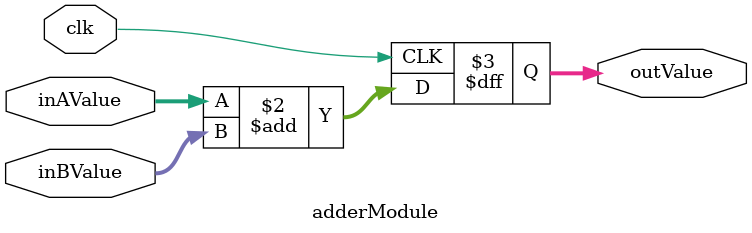
<source format=v>
`timescale 1us/1us

module adderModule (
  input clk, 
  input signed[15:0] inAValue,
  input signed[15:0] inBValue,
  output reg signed[31:0] outValue
);

always @(posedge clk) begin
  outValue <= inAValue + inBValue;
end

endmodule
</source>
